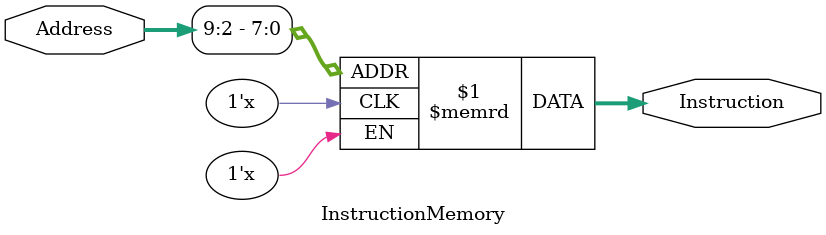
<source format=v>
`timescale 1ns / 1ps
/*
module InstructionMemory(Address, Instruction);
	input [31:0] Address;
	output reg [31:0] Instruction;
	always @(*)
	   case (Address[9:2])

	       
            8'd0: Instruction <= 32'h20040004;
            8'd1: Instruction <= 32'h0c100003;
            8'd2: Instruction <= 32'h1000ffff;
            8'd3: Instruction <= 32'h23bdfff8;
            8'd4: Instruction <= 32'hafbf0004;
            8'd5: Instruction <= 32'hafa40000;
            8'd6: Instruction <= 32'h28880001;
            8'd7: Instruction <= 32'h11000003;
            8'd8: Instruction <= 32'h00001026;
            8'd9: Instruction <= 32'h23bd0008;
            8'd10: Instruction <= 32'h03e00008;
            8'd11: Instruction <= 32'h2084ffff;
            8'd12: Instruction <= 32'h0c100003;
            8'd13: Instruction <= 32'h8fa40000;
            8'd14: Instruction <= 32'h8fbf0004;
            8'd15: Instruction <= 32'h23bd0008;
            8'd16: Instruction <= 32'h00821020;
            8'd17: Instruction <= 32'h03e00008;
            
            default: Instruction <= 32'h00000000;
        endcase
endmodule
*/
module InstructionMemory(Address, Instruction);
	input [31:0] Address;
	output [31:0] Instruction;
	
	parameter RAM_SIZE = 256;
	parameter RAM_SIZE_BIT = 8;
	
	reg [31:0] RAM_data[RAM_SIZE - 1: 0];
	assign Instruction = RAM_data[Address[RAM_SIZE_BIT + 1:2]];
	
endmodule
</source>
